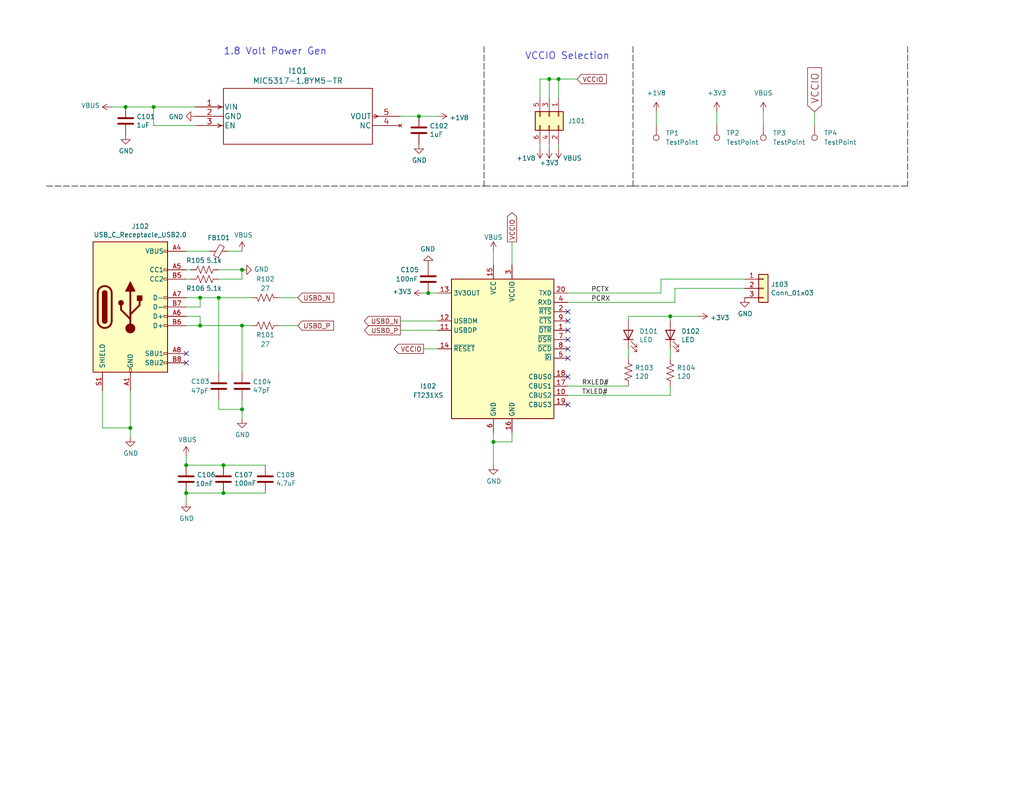
<source format=kicad_sch>
(kicad_sch (version 20211123) (generator eeschema)
  (paper "USLetter")
  (title_block (title "Ultimate UART Bridge") (rev "A") (company "Thomas Fike") (comment 1 "https://github.com/ThomasFike/ultimate-uart-bridge"))
  (lib_symbols
    (symbol "Connector:TestPoint" (pin_numbers hide) (pin_names (offset 0.762) hide)
      (property "Reference" "TP" (at 0 6.858 0))
      (property "Value" "TestPoint" (at 0 5.08 0))
      (symbol "TestPoint_0_1"
        (circle (center 0 3.302) (radius 0.762))
      )
      (symbol "TestPoint_1_1"
        (pin passive line (at 0 0 90) (length 2.54) (name "1") (number "1"))
      )
    )
    (symbol "Connector:USB_C_Receptacle_USB2.0" (pin_names (offset 1.016))
      (property "Reference" "J" (at -10.16 19.05 0))
      (property "Value" "USB_C_Receptacle_USB2.0" (at 19.05 19.05 0))
      (symbol "USB_C_Receptacle_USB2.0_0_0"
        (rectangle (start -0.254 -17.78) (end 0.254 -16.764))
        (rectangle (start 10.16 -14.986) (end 9.144 -15.494))
        (rectangle (start 10.16 -12.446) (end 9.144 -12.954))
        (rectangle (start 10.16 -4.826) (end 9.144 -5.334))
        (rectangle (start 10.16 -2.286) (end 9.144 -2.794))
        (rectangle (start 10.16 0.254) (end 9.144 -0.254))
        (rectangle (start 10.16 2.794) (end 9.144 2.286))
        (rectangle (start 10.16 7.874) (end 9.144 7.366))
        (rectangle (start 10.16 10.414) (end 9.144 9.906))
        (rectangle (start 10.16 15.494) (end 9.144 14.986))
      )
      (symbol "USB_C_Receptacle_USB2.0_0_1"
        (rectangle (start -10.16 17.78) (end 10.16 -17.78) (stroke (width 0.254)) (fill (type background)))
        (arc (start -8.89 -3.81) (mid -6.985 -5.715) (end -5.08 -3.81) (stroke (width 0.508)))
        (arc (start -7.62 -3.81) (mid -6.985 -4.445) (end -6.35 -3.81) (stroke (width 0.254)))
        (arc (start -7.62 -3.81) (mid -6.985 -4.445) (end -6.35 -3.81) (stroke (width 0.254)) (fill (type outline)))
        (rectangle (start -7.62 -3.81) (end -6.35 3.81) (stroke (width 0.254)) (fill (type outline)))
        (arc (start -6.35 3.81) (mid -6.985 4.445) (end -7.62 3.81) (stroke (width 0.254)))
        (arc (start -6.35 3.81) (mid -6.985 4.445) (end -7.62 3.81) (stroke (width 0.254)) (fill (type outline)))
        (arc (start -5.08 3.81) (mid -6.985 5.715) (end -8.89 3.81) (stroke (width 0.508)))
        (circle (center -2.54 1.143) (radius 0.635) (stroke (width 0.254)) (fill (type outline)))
        (circle (center 0 -5.842) (radius 1.27) (fill (type outline)))
        (polyline (pts (xy -8.89 -3.81) (xy -8.89 3.81)) (stroke (width 0.508)))
        (polyline (pts (xy -5.08 3.81) (xy -5.08 -3.81)) (stroke (width 0.508)))
        (polyline (pts (xy 0 -5.842) (xy 0 4.318)) (stroke (width 0.508)))
        (polyline (pts (xy 0 -3.302) (xy -2.54 -0.762) (xy -2.54 0.508)) (stroke (width 0.508)))
        (polyline (pts (xy 0 -2.032) (xy 2.54 0.508) (xy 2.54 1.778)) (stroke (width 0.508)))
        (polyline (pts (xy -1.27 4.318) (xy 0 6.858) (xy 1.27 4.318) (xy -1.27 4.318)) (stroke (width 0.254)) (fill (type outline)))
        (rectangle (start 1.905 1.778) (end 3.175 3.048) (stroke (width 0.254)) (fill (type outline)))
      )
      (symbol "USB_C_Receptacle_USB2.0_1_1"
        (pin passive line (at 0 -22.86 90) (length 5.08) (name "GND") (number "A1"))
        (pin passive line (at 0 -22.86 90) (length 5.08) hide (name "GND") (number "A12"))
        (pin passive line (at 15.24 15.24 180) (length 5.08) (name "VBUS") (number "A4"))
        (pin bidirectional line (at 15.24 10.16 180) (length 5.08) (name "CC1") (number "A5"))
        (pin bidirectional line (at 15.24 -2.54 180) (length 5.08) (name "D+") (number "A6"))
        (pin bidirectional line (at 15.24 2.54 180) (length 5.08) (name "D-") (number "A7"))
        (pin bidirectional line (at 15.24 -12.7 180) (length 5.08) (name "SBU1") (number "A8"))
        (pin passive line (at 15.24 15.24 180) (length 5.08) hide (name "VBUS") (number "A9"))
        (pin passive line (at 0 -22.86 90) (length 5.08) hide (name "GND") (number "B1"))
        (pin passive line (at 0 -22.86 90) (length 5.08) hide (name "GND") (number "B12"))
        (pin passive line (at 15.24 15.24 180) (length 5.08) hide (name "VBUS") (number "B4"))
        (pin bidirectional line (at 15.24 7.62 180) (length 5.08) (name "CC2") (number "B5"))
        (pin bidirectional line (at 15.24 -5.08 180) (length 5.08) (name "D+") (number "B6"))
        (pin bidirectional line (at 15.24 0 180) (length 5.08) (name "D-") (number "B7"))
        (pin bidirectional line (at 15.24 -15.24 180) (length 5.08) (name "SBU2") (number "B8"))
        (pin passive line (at 15.24 15.24 180) (length 5.08) hide (name "VBUS") (number "B9"))
        (pin passive line (at -7.62 -22.86 90) (length 5.08) (name "SHIELD") (number "S1"))
      )
    )
    (symbol "Connector_Generic:Conn_01x03" (pin_names (offset 1.016) hide)
      (property "Reference" "J" (at 0 5.08 0))
      (property "Value" "Conn_01x03" (at 0 -5.08 0))
      (symbol "Conn_01x03_1_1"
        (rectangle (start -1.27 -2.413) (end 0 -2.667) (stroke (width 0.1524)))
        (rectangle (start -1.27 0.127) (end 0 -0.127) (stroke (width 0.1524)))
        (rectangle (start -1.27 2.667) (end 0 2.413) (stroke (width 0.1524)))
        (rectangle (start -1.27 3.81) (end 1.27 -3.81) (stroke (width 0.254)) (fill (type background)))
        (pin passive line (at -5.08 2.54 0) (length 3.81) (name "Pin_1") (number "1"))
        (pin passive line (at -5.08 0 0) (length 3.81) (name "Pin_2") (number "2"))
        (pin passive line (at -5.08 -2.54 0) (length 3.81) (name "Pin_3") (number "3"))
      )
    )
    (symbol "Connector_Generic:Conn_02x03_Odd_Even" (pin_names (offset 1.016) hide)
      (property "Reference" "J" (at 1.27 5.08 0))
      (property "Value" "Conn_02x03_Odd_Even" (at 1.27 -5.08 0))
      (symbol "Conn_02x03_Odd_Even_1_1"
        (rectangle (start -1.27 -2.413) (end 0 -2.667) (stroke (width 0.1524)))
        (rectangle (start -1.27 0.127) (end 0 -0.127) (stroke (width 0.1524)))
        (rectangle (start -1.27 2.667) (end 0 2.413) (stroke (width 0.1524)))
        (rectangle (start -1.27 3.81) (end 3.81 -3.81) (stroke (width 0.254)) (fill (type background)))
        (rectangle (start 3.81 -2.413) (end 2.54 -2.667) (stroke (width 0.1524)))
        (rectangle (start 3.81 0.127) (end 2.54 -0.127) (stroke (width 0.1524)))
        (rectangle (start 3.81 2.667) (end 2.54 2.413) (stroke (width 0.1524)))
        (pin passive line (at -5.08 2.54 0) (length 3.81) (name "Pin_1") (number "1"))
        (pin passive line (at 7.62 2.54 180) (length 3.81) (name "Pin_2") (number "2"))
        (pin passive line (at -5.08 0 0) (length 3.81) (name "Pin_3") (number "3"))
        (pin passive line (at 7.62 0 180) (length 3.81) (name "Pin_4") (number "4"))
        (pin passive line (at -5.08 -2.54 0) (length 3.81) (name "Pin_5") (number "5"))
        (pin passive line (at 7.62 -2.54 180) (length 3.81) (name "Pin_6") (number "6"))
      )
    )
    (symbol "Device:C" (pin_numbers hide) (pin_names (offset 0.254))
      (property "Reference" "C" (at 0.635 2.54 0))
      (property "Value" "C" (at 0.635 -2.54 0))
      (symbol "C_0_1"
        (polyline (pts (xy -2.032 -0.762) (xy 2.032 -0.762)) (stroke (width 0.508)))
        (polyline (pts (xy -2.032 0.762) (xy 2.032 0.762)) (stroke (width 0.508)))
      )
      (symbol "C_1_1"
        (pin passive line (at 0 3.81 270) (length 2.794) (name "~") (number "1"))
        (pin passive line (at 0 -3.81 90) (length 2.794) (name "~") (number "2"))
      )
    )
    (symbol "Device:LED" (pin_numbers hide) (pin_names (offset 1.016) hide)
      (property "Reference" "D" (at 0 2.54 0))
      (property "Value" "LED" (at 0 -2.54 0))
      (symbol "LED_0_1"
        (polyline (pts (xy -1.27 -1.27) (xy -1.27 1.27)) (stroke (width 0.254)))
        (polyline (pts (xy -1.27 0) (xy 1.27 0)))
        (polyline (pts (xy 1.27 -1.27) (xy 1.27 1.27) (xy -1.27 0) (xy 1.27 -1.27)) (stroke (width 0.254)))
        (polyline (pts (xy -3.048 -0.762) (xy -4.572 -2.286) (xy -3.81 -2.286) (xy -4.572 -2.286) (xy -4.572 -1.524)))
        (polyline (pts (xy -1.778 -0.762) (xy -3.302 -2.286) (xy -2.54 -2.286) (xy -3.302 -2.286) (xy -3.302 -1.524)))
      )
      (symbol "LED_1_1"
        (pin passive line (at -3.81 0 0) (length 2.54) (name "K") (number "1"))
        (pin passive line (at 3.81 0 180) (length 2.54) (name "A") (number "2"))
      )
    )
    (symbol "Device:R_US" (pin_numbers hide) (pin_names (offset 0))
      (property "Reference" "R" (at 2.54 0 90))
      (property "Value" "R_US" (at -2.54 0 90))
      (symbol "R_US_0_1"
        (polyline (pts (xy 0 -2.286) (xy 0 -2.54)))
        (polyline (pts (xy 0 2.286) (xy 0 2.54)))
        (polyline (pts (xy 0 -0.762) (xy 1.016 -1.143) (xy 0 -1.524) (xy -1.016 -1.905) (xy 0 -2.286)))
        (polyline (pts (xy 0 0.762) (xy 1.016 0.381) (xy 0 0) (xy -1.016 -0.381) (xy 0 -0.762)))
        (polyline (pts (xy 0 2.286) (xy 1.016 1.905) (xy 0 1.524) (xy -1.016 1.143) (xy 0 0.762)))
      )
      (symbol "R_US_1_1"
        (pin passive line (at 0 3.81 270) (length 1.27) (name "~") (number "1"))
        (pin passive line (at 0 -3.81 90) (length 1.27) (name "~") (number "2"))
      )
    )
    (symbol "Interface_USB:FT231XS"
      (property "Reference" "U" (at -13.97 20.32 0))
      (property "Value" "FT231XS" (at 7.62 20.32 0))
      (symbol "FT231XS_0_1"
        (rectangle (start -13.97 19.05) (end 13.97 -19.05) (stroke (width 0.254)) (fill (type background)))
      )
      (symbol "FT231XS_1_1"
        (pin output line (at 17.78 5.08 180) (length 3.81) (name "~{DTR}") (number "1"))
        (pin bidirectional line (at 17.78 -12.7 180) (length 3.81) (name "CBUS2") (number "10"))
        (pin bidirectional line (at -17.78 5.08 0) (length 3.81) (name "USBDP") (number "11"))
        (pin bidirectional line (at -17.78 7.62 0) (length 3.81) (name "USBDM") (number "12"))
        (pin power_out line (at -17.78 15.24 0) (length 3.81) (name "3V3OUT") (number "13"))
        (pin input line (at -17.78 0 0) (length 3.81) (name "~{RESET}") (number "14"))
        (pin power_in line (at -2.54 22.86 270) (length 3.81) (name "VCC") (number "15"))
        (pin power_in line (at 2.54 -22.86 90) (length 3.81) (name "GND") (number "16"))
        (pin bidirectional line (at 17.78 -10.16 180) (length 3.81) (name "CBUS1") (number "17"))
        (pin bidirectional line (at 17.78 -7.62 180) (length 3.81) (name "CBUS0") (number "18"))
        (pin bidirectional line (at 17.78 -15.24 180) (length 3.81) (name "CBUS3") (number "19"))
        (pin output line (at 17.78 10.16 180) (length 3.81) (name "~{RTS}") (number "2"))
        (pin output line (at 17.78 15.24 180) (length 3.81) (name "TXD") (number "20"))
        (pin power_in line (at 2.54 22.86 270) (length 3.81) (name "VCCIO") (number "3"))
        (pin input line (at 17.78 12.7 180) (length 3.81) (name "RXD") (number "4"))
        (pin input line (at 17.78 -2.54 180) (length 3.81) (name "~{RI}") (number "5"))
        (pin power_in line (at -2.54 -22.86 90) (length 3.81) (name "GND") (number "6"))
        (pin input line (at 17.78 2.54 180) (length 3.81) (name "~{DSR}") (number "7"))
        (pin input line (at 17.78 0 180) (length 3.81) (name "~{DCD}") (number "8"))
        (pin input line (at 17.78 7.62 180) (length 3.81) (name "~{CTS}") (number "9"))
      )
    )
    (symbol "power:+1V8" (power) (pin_names (offset 0))
      (property "Value" "+1V8" (at 0 3.556 0))
      (symbol "+1V8_0_1"
        (polyline (pts (xy -0.762 1.27) (xy 0 2.54)))
        (polyline (pts (xy 0 0) (xy 0 2.54)))
        (polyline (pts (xy 0 2.54) (xy 0.762 1.27)))
      )
      (symbol "+1V8_1_1"
        (pin power_in line (at 0 0 90) (length 0) hide (name "+1V8") (number "1"))
      )
    )
    (symbol "power:+3V3" (power) (pin_names (offset 0))
      (property "Value" "+3V3" (at 0 3.556 0))
      (symbol "+3V3_0_1"
        (polyline (pts (xy -0.762 1.27) (xy 0 2.54)))
        (polyline (pts (xy 0 0) (xy 0 2.54)))
        (polyline (pts (xy 0 2.54) (xy 0.762 1.27)))
      )
      (symbol "+3V3_1_1"
        (pin power_in line (at 0 0 90) (length 0) hide (name "+3V3") (number "1"))
      )
    )
    (symbol "power:GND" (power) (pin_names (offset 0))
      (property "Value" "GND" (at 0 -3.81 0))
      (symbol "GND_0_1"
        (polyline (pts (xy 0 0) (xy 0 -1.27) (xy 1.27 -1.27) (xy 0 -2.54) (xy -1.27 -1.27) (xy 0 -1.27)))
      )
      (symbol "GND_1_1"
        (pin power_in line (at 0 0 270) (length 0) hide (name "GND") (number "1"))
      )
    )
    (symbol "power:VBUS" (power) (pin_names (offset 0))
      (property "Value" "VBUS" (at 0 3.81 0))
      (symbol "VBUS_0_1"
        (polyline (pts (xy -0.762 1.27) (xy 0 2.54)))
        (polyline (pts (xy 0 0) (xy 0 2.54)))
        (polyline (pts (xy 0 2.54) (xy 0.762 1.27)))
      )
      (symbol "VBUS_1_1"
        (pin power_in line (at 0 0 90) (length 0) hide (name "VBUS") (number "1"))
      )
    )
    (symbol "ultimate-uart-bridge-rescue:Ferrite_Bead_Small-Device" (pin_numbers hide) (pin_names (offset 0))
      (property "Reference" "FB" (at 1.905 1.27 0))
      (property "Value" "Ferrite_Bead_Small-Device" (at 1.905 -1.27 0))
      (symbol "Ferrite_Bead_Small-Device_0_1"
        (polyline (pts (xy 0 -1.27) (xy 0 -0.7874)))
        (polyline (pts (xy 0 0.889) (xy 0 1.2954)))
        (polyline (pts (xy -1.8288 0.2794) (xy -1.1176 1.4986) (xy 1.8288 -0.2032) (xy 1.1176 -1.4224) (xy -1.8288 0.2794)))
      )
      (symbol "Ferrite_Bead_Small-Device_1_1"
        (pin passive line (at 0 2.54 270) (length 1.27) (name "~") (number "1"))
        (pin passive line (at 0 -2.54 90) (length 1.27) (name "~") (number "2"))
      )
    )
    (symbol "ultimate-uart-bridge-rescue:MIC5317-1.8YM5-TR-2021-07-25_03-12-24" (pin_names (offset 0.254))
      (property "Reference" "U" (at 27.94 10.16 0))
      (property "Value" "MIC5317-1.8YM5-TR-2021-07-25_03-12-24" (at 27.94 7.62 0))
      (symbol "MIC5317-1.8YM5-TR-2021-07-25_03-12-24_1_1"
        (polyline (pts (xy 7.112 -5.08) (xy 6.0452 -5.588)) (stroke (width 0.2032)))
        (polyline (pts (xy 7.112 -5.08) (xy 6.0452 -4.572)) (stroke (width 0.2032)))
        (polyline (pts (xy 7.112 0) (xy 6.0452 -0.508)) (stroke (width 0.2032)))
        (polyline (pts (xy 7.112 0) (xy 6.0452 0.508)) (stroke (width 0.2032)))
        (polyline (pts (xy 7.62 -10.16) (xy 48.26 -10.16)) (stroke (width 0.2032)))
        (polyline (pts (xy 7.62 5.08) (xy 7.62 -10.16)) (stroke (width 0.2032)))
        (polyline (pts (xy 48.26 -10.16) (xy 48.26 5.08)) (stroke (width 0.2032)))
        (polyline (pts (xy 48.26 5.08) (xy 7.62 5.08)) (stroke (width 0.2032)))
        (polyline (pts (xy 48.768 -3.048) (xy 49.8348 -2.54)) (stroke (width 0.2032)))
        (polyline (pts (xy 48.768 -2.032) (xy 49.8348 -2.54)) (stroke (width 0.2032)))
        (pin input line (at 0 0 0) (length 7.62) (name "VIN") (number "1"))
        (pin power_in line (at 0 -2.54 0) (length 7.62) (name "GND") (number "2"))
        (pin input line (at 0 -5.08 0) (length 7.62) (name "EN") (number "3"))
        (pin no_connect line (at 55.88 -5.08 180) (length 7.62) (name "NC") (number "4"))
        (pin output line (at 55.88 -2.54 180) (length 7.62) (name "VOUT") (number "5"))
      )
    )
  )
  (junction (at 134.62 120.65))
  (junction (at 59.69 81.28))
  (junction (at 60.96 134.62))
  (junction (at 50.8 134.62))
  (junction (at 60.96 127))
  (junction (at 41.91 29.21))
  (junction (at 149.86 21.59))
  (junction (at 114.3 31.75))
  (junction (at 54.61 81.28))
  (junction (at 116.84 80.01))
  (junction (at 66.04 73.66))
  (junction (at 34.29 29.21))
  (junction (at 50.8 127))
  (junction (at 54.61 88.9))
  (junction (at 152.4 21.59))
  (junction (at 182.88 86.36))
  (junction (at 66.04 111.76))
  (junction (at 66.04 88.9))
  (junction (at 35.56 116.84))
  (no_connect (at 154.94 110.49))
  (no_connect (at 50.8 99.06))
  (no_connect (at 154.94 92.71))
  (no_connect (at 154.94 87.63))
  (no_connect (at 154.94 85.09))
  (no_connect (at 50.8 96.52))
  (no_connect (at 154.94 102.87))
  (no_connect (at 154.94 95.25))
  (no_connect (at 154.94 97.79))
  (no_connect (at 154.94 90.17))
  (wire (pts (xy 184.15 82.55) (xy 184.15 78.74)))
  (wire (pts (xy 66.04 111.76) (xy 66.04 109.22)))
  (wire (pts (xy 41.91 29.21) (xy 53.34 29.21)))
  (wire (pts (xy 154.94 105.41) (xy 171.45 105.41)))
  (wire (pts (xy 182.88 87.63) (xy 182.88 86.36)))
  (wire (pts (xy 149.86 26.67) (xy 149.86 21.59)))
  (wire (pts (xy 152.4 26.67) (xy 152.4 21.59)))
  (wire (pts (xy 152.4 21.59) (xy 157.48 21.59)))
  (wire (pts (xy 182.88 86.36) (xy 171.45 86.36)))
  (wire (pts (xy 171.45 95.25) (xy 171.45 97.79)))
  (wire (pts (xy 50.8 68.58) (xy 57.15 68.58)))
  (wire (pts (xy 182.88 107.95) (xy 182.88 105.41)))
  (wire (pts (xy 179.07 30.48) (xy 179.07 34.29)))
  (wire (pts (xy 50.8 86.36) (xy 54.61 86.36)))
  (wire (pts (xy 35.56 119.38) (xy 35.56 116.84)))
  (wire (pts (xy 182.88 95.25) (xy 182.88 97.79)))
  (wire (pts (xy 50.8 76.2) (xy 52.07 76.2)))
  (wire (pts (xy 180.34 80.01) (xy 180.34 76.2)))
  (wire (pts (xy 180.34 76.2) (xy 203.2 76.2)))
  (wire (pts (xy 147.32 21.59) (xy 149.86 21.59)))
  (wire (pts (xy 152.4 39.37) (xy 152.4 40.64)))
  (wire (pts (xy 134.62 120.65) (xy 134.62 127)))
  (wire (pts (xy 109.22 31.75) (xy 114.3 31.75)))
  (wire (pts (xy 116.84 80.01) (xy 119.38 80.01)))
  (wire (pts (xy 30.48 29.21) (xy 34.29 29.21)))
  (polyline (pts (xy 132.08 12.7) (xy 132.08 50.8)) (stroke (width 0) (type dash) (color 0 0 0 1)))
  (wire (pts (xy 115.57 95.25) (xy 119.38 95.25)))
  (wire (pts (xy 147.32 39.37) (xy 147.32 40.64)))
  (wire (pts (xy 35.56 106.68) (xy 35.56 116.84)))
  (polyline (pts (xy 12.7 50.8) (xy 132.08 50.8)) (stroke (width 0) (type dash) (color 0 0 0 1)))
  (wire (pts (xy 54.61 81.28) (xy 59.69 81.28)))
  (wire (pts (xy 59.69 81.28) (xy 68.58 81.28)))
  (wire (pts (xy 154.94 107.95) (xy 182.88 107.95)))
  (wire (pts (xy 72.39 134.62) (xy 60.96 134.62)))
  (wire (pts (xy 27.94 106.68) (xy 27.94 116.84)))
  (wire (pts (xy 171.45 86.36) (xy 171.45 87.63)))
  (wire (pts (xy 66.04 88.9) (xy 68.58 88.9)))
  (wire (pts (xy 50.8 124.46) (xy 50.8 127)))
  (wire (pts (xy 41.91 34.29) (xy 53.34 34.29)))
  (wire (pts (xy 208.28 30.48) (xy 208.28 34.29)))
  (wire (pts (xy 109.22 90.17) (xy 119.38 90.17)))
  (wire (pts (xy 66.04 73.66) (xy 66.04 76.2)))
  (wire (pts (xy 50.8 127) (xy 60.96 127)))
  (wire (pts (xy 190.5 86.36) (xy 182.88 86.36)))
  (wire (pts (xy 54.61 83.82) (xy 50.8 83.82)))
  (wire (pts (xy 222.25 30.48) (xy 222.25 34.29)))
  (wire (pts (xy 66.04 88.9) (xy 66.04 101.6)))
  (wire (pts (xy 115.57 80.01) (xy 116.84 80.01)))
  (wire (pts (xy 66.04 114.3) (xy 66.04 111.76)))
  (wire (pts (xy 60.96 127) (xy 72.39 127)))
  (wire (pts (xy 62.23 68.58) (xy 66.04 68.58)))
  (wire (pts (xy 54.61 88.9) (xy 50.8 88.9)))
  (wire (pts (xy 59.69 111.76) (xy 66.04 111.76)))
  (polyline (pts (xy 132.08 50.8) (xy 172.72 50.8)) (stroke (width 0) (color 0 0 0 1)))
  (wire (pts (xy 41.91 29.21) (xy 41.91 34.29)))
  (polyline (pts (xy 172.72 50.8) (xy 247.65 50.8)) (stroke (width 0) (color 0 0 0 1)))
  (wire (pts (xy 34.29 29.21) (xy 41.91 29.21)))
  (wire (pts (xy 195.58 30.48) (xy 195.58 34.29)))
  (wire (pts (xy 59.69 109.22) (xy 59.69 111.76)))
  (wire (pts (xy 50.8 73.66) (xy 52.07 73.66)))
  (wire (pts (xy 139.7 66.04) (xy 139.7 72.39)))
  (wire (pts (xy 109.22 87.63) (xy 119.38 87.63)))
  (wire (pts (xy 154.94 82.55) (xy 184.15 82.55)))
  (wire (pts (xy 27.94 116.84) (xy 35.56 116.84)))
  (wire (pts (xy 147.32 26.67) (xy 147.32 21.59)))
  (wire (pts (xy 59.69 73.66) (xy 66.04 73.66)))
  (wire (pts (xy 134.62 118.11) (xy 134.62 120.65)))
  (wire (pts (xy 134.62 68.58) (xy 134.62 72.39)))
  (wire (pts (xy 139.7 118.11) (xy 139.7 120.65)))
  (wire (pts (xy 149.86 21.59) (xy 152.4 21.59)))
  (wire (pts (xy 114.3 31.75) (xy 119.38 31.75)))
  (wire (pts (xy 76.2 81.28) (xy 81.28 81.28)))
  (wire (pts (xy 184.15 78.74) (xy 203.2 78.74)))
  (wire (pts (xy 139.7 120.65) (xy 134.62 120.65)))
  (wire (pts (xy 76.2 88.9) (xy 81.28 88.9)))
  (wire (pts (xy 50.8 137.16) (xy 50.8 134.62)))
  (wire (pts (xy 154.94 80.01) (xy 180.34 80.01)))
  (wire (pts (xy 149.86 39.37) (xy 149.86 40.64)))
  (polyline (pts (xy 172.72 12.7) (xy 172.72 50.8)) (stroke (width 0) (type dash) (color 0 0 0 1)))
  (wire (pts (xy 54.61 86.36) (xy 54.61 88.9)))
  (wire (pts (xy 54.61 88.9) (xy 66.04 88.9)))
  (wire (pts (xy 59.69 81.28) (xy 59.69 101.6)))
  (wire (pts (xy 50.8 134.62) (xy 60.96 134.62)))
  (wire (pts (xy 66.04 76.2) (xy 59.69 76.2)))
  (wire (pts (xy 50.8 81.28) (xy 54.61 81.28)))
  (polyline (pts (xy 247.65 12.7) (xy 247.65 50.8)) (stroke (width 0) (type dash) (color 0 0 0 1)))
  (wire (pts (xy 54.61 81.28) (xy 54.61 83.82)))
  (text "VCCIO Selection" (at 166.37 16.51 180) (effects (font (size 1.905 1.905)) (justify right bottom)))
  (text "1.8 Volt Power Gen" (at 60.96 15.24 0) (effects (font (size 1.905 1.905)) (justify left bottom)))
  (label "TXLED#" (at 158.75 107.95 0))
  (label "PCRX" (at 161.29 82.55 0))
  (label "RXLED#" (at 158.75 105.41 0))
  (label "PCTX" (at 161.29 80.01 0))
  (global_label "USBD_P" (shape input) (at 81.28 88.9 0) (property "Intersheet References" "${INTERSHEET_REFS}" (effects hide)))
  (global_label "VCCIO" (shape output) (at 115.57 95.25 180) (property "Intersheet References" "${INTERSHEET_REFS}" (effects hide)))
  (global_label "USBD_P" (shape output) (at 109.22 90.17 180) (property "Intersheet References" "${INTERSHEET_REFS}" (effects hide)))
  (global_label "VCCIO" (shape input) (at 222.25 30.48 90) (effects (font (size 1.905 1.905))) (property "Intersheet References" "${INTERSHEET_REFS}" (effects hide)))
  (global_label "USBD_N" (shape input) (at 81.28 81.28 0) (property "Intersheet References" "${INTERSHEET_REFS}" (effects hide)))
  (global_label "VCCIO" (shape output) (at 139.7 66.04 90) (property "Intersheet References" "${INTERSHEET_REFS}" (effects hide)))
  (global_label "VCCIO" (shape input) (at 157.48 21.59 0) (property "Intersheet References" "${INTERSHEET_REFS}" (effects hide)))
  (global_label "USBD_N" (shape output) (at 109.22 87.63 180) (property "Intersheet References" "${INTERSHEET_REFS}" (effects hide)))
  (symbol (lib_id "Interface_USB:FT231XS") (at 137.16 95.25 0) (unit 1)
    (property "Reference" "I102" (at 116.84 105.41 0))
    (property "Value" "FT231XS" (at 116.84 107.95 0))
    (property "Footprint" "Package_SO:SSOP-20_3.9x8.7mm_P0.635mm" (effects hide))
    (property "Datasheet" "https://www.ftdichip.com/Support/Documents/DataSheets/ICs/DS_FT231X.pdf" (effects hide))
    (property "JLC" "C132160" (effects hide))
    (property "PartNo" "FT231XS" (effects hide))
  )
  (symbol (lib_id "power:GND") (at 134.62 127 0) (unit 1)
    (property "Reference" "#PWR0110" (effects hide))
    (property "Value" "GND" (at 134.747 131.3942 0))
  )
  (symbol (lib_id "power:VBUS") (at 134.62 68.58 0) (unit 1)
    (property "Reference" "#PWR0109" (effects hide))
    (property "Value" "VBUS" (at 134.62 64.77 0))
  )
  (symbol (lib_id "power:+3V3") (at 115.57 80.01 90) (unit 1)
    (property "Reference" "#PWR0107" (effects hide))
    (property "Value" "+3V3" (at 112.3188 79.629 90) (effects (justify left)))
  )
  (symbol (lib_id "power:GND") (at 35.56 119.38 0) (unit 1)
    (property "Reference" "#PWR0104" (effects hide))
    (property "Value" "GND" (at 35.687 123.7742 0))
  )
  (symbol (lib_id "power:+3V3") (at 149.86 40.64 180) (unit 1)
    (property "Reference" "#PWR0112" (effects hide))
    (property "Value" "+3V3" (at 149.86 44.45 0))
  )
  (symbol (lib_id "power:+1V8") (at 147.32 40.64 180) (unit 1)
    (property "Reference" "#PWR0111" (effects hide))
    (property "Value" "+1V8" (at 143.51 43.18 0))
  )
  (symbol (lib_id "power:VBUS") (at 66.04 68.58 0) (unit 1)
    (property "Reference" "#PWR0105" (effects hide))
    (property "Value" "VBUS" (at 66.421 64.1858 0))
  )
  (symbol (lib_id "ultimate-uart-bridge-rescue:MIC5317-1.8YM5-TR-2021-07-25_03-12-24") (at 53.34 29.21 0) (unit 1)
    (property "Reference" "I101" (at 81.28 19.3548 0) (effects (font (size 1.524 1.524))))
    (property "Value" "MIC5317-1.8YM5-TR" (at 81.28 22.0472 0) (effects (font (size 1.524 1.524))))
    (property "Footprint" "Package_TO_SOT_SMD:SOT-23-5_HandSoldering" (effects hide))
    (property "Datasheet" "https://ww1.microchip.com/downloads/en/DeviceDoc/MIC5317-High-Performance-Single-150mA-LDO-DS20006195B.pdf" (effects hide))
    (property "PartNo" "MIC5317-1.8YM5" (effects hide))
  )
  (symbol (lib_id "power:GND") (at 53.34 31.75 270) (unit 1)
    (property "Reference" "#PWR0103" (effects hide))
    (property "Value" "GND" (at 50.0888 31.877 90) (effects (justify right)))
  )
  (symbol (lib_id "power:VBUS") (at 30.48 29.21 90) (unit 1)
    (property "Reference" "#PWR0101" (effects hide))
    (property "Value" "VBUS" (at 27.2542 28.829 90) (effects (justify left)))
  )
  (symbol (lib_id "power:+1V8") (at 119.38 31.75 270) (unit 1)
    (property "Reference" "#PWR0108" (effects hide))
    (property "Value" "+1V8" (at 122.6312 32.131 90) (effects (justify left)))
  )
  (symbol (lib_id "Device:C") (at 34.29 33.02 0) (unit 1)
    (property "Reference" "C101" (at 37.211 31.8516 0) (effects (justify left)))
    (property "Value" "1uF" (at 37.211 34.163 0) (effects (justify left)))
    (property "Footprint" "Capacitor_SMD:C_0805_2012Metric_Pad1.18x1.45mm_HandSolder" (effects hide))
    (property "JLC" "C28323" (effects hide))
    (property "PartNo" "CL21B105KBFNNNE" (effects hide))
  )
  (symbol (lib_id "Device:C") (at 114.3 35.56 0) (unit 1)
    (property "Reference" "C102" (at 117.221 34.3916 0) (effects (justify left)))
    (property "Value" "1uF" (at 117.221 36.703 0) (effects (justify left)))
    (property "Footprint" "Capacitor_SMD:C_0805_2012Metric_Pad1.18x1.45mm_HandSolder" (effects hide))
    (property "JLC" "C28323" (effects hide))
    (property "PartNo" "CL21B105KBFNNNE" (effects hide))
  )
  (symbol (lib_id "power:GND") (at 114.3 39.37 0) (unit 1)
    (property "Reference" "#PWR0106" (effects hide))
    (property "Value" "GND" (at 114.427 43.7642 0))
  )
  (symbol (lib_id "power:GND") (at 34.29 36.83 0) (unit 1)
    (property "Reference" "#PWR0102" (effects hide))
    (property "Value" "GND" (at 34.417 41.2242 0))
  )
  (symbol (lib_id "Device:C") (at 116.84 76.2 0) (unit 1)
    (property "Reference" "C105" (at 109.22 73.66 0) (effects (justify left)))
    (property "Value" "100nF" (at 107.95 76.2 0) (effects (justify left)))
    (property "Footprint" "Capacitor_SMD:C_0805_2012Metric_Pad1.18x1.45mm_HandSolder" (effects hide))
    (property "JLC" "C49678" (effects hide))
    (property "PartNo" "CC0805KRX7R9BB104" (effects hide))
  )
  (symbol (lib_id "power:GND") (at 116.84 72.39 180) (unit 1)
    (property "Reference" "#PWR0114" (effects hide))
    (property "Value" "GND" (at 116.713 67.9958 0))
  )
  (symbol (lib_id "Device:C") (at 59.69 105.41 0) (unit 1)
    (property "Reference" "C103" (at 52.07 104.14 0) (effects (justify left)))
    (property "Value" "47pF" (at 52.07 106.68 0) (effects (justify left)))
    (property "Footprint" "Capacitor_SMD:C_0805_2012Metric_Pad1.18x1.45mm_HandSolder" (effects hide))
    (property "JLC" "C14857" (effects hide))
    (property "PartNo" "CL21C470JBANNNC" (effects hide))
  )
  (symbol (lib_id "Device:C") (at 66.04 105.41 0) (unit 1)
    (property "Reference" "C104" (at 68.961 104.2416 0) (effects (justify left)))
    (property "Value" "47pF" (at 68.961 106.553 0) (effects (justify left)))
    (property "Footprint" "Capacitor_SMD:C_0805_2012Metric_Pad1.18x1.45mm_HandSolder" (effects hide))
    (property "JLC" "C14857" (effects hide))
    (property "PartNo" "CL21C470JBANNNC" (effects hide))
  )
  (symbol (lib_id "power:GND") (at 66.04 114.3 0) (unit 1)
    (property "Reference" "#PWR0113" (effects hide))
    (property "Value" "GND" (at 66.167 118.6942 0))
  )
  (symbol (lib_id "Device:R_US") (at 72.39 88.9 90) (unit 1)
    (property "Reference" "R101" (at 72.39 91.44 90))
    (property "Value" "27" (at 72.39 93.98 90))
    (property "Footprint" "Resistor_SMD:R_0805_2012Metric_Pad1.20x1.40mm_HandSolder" (effects hide))
    (property "JLC" "C17594" (effects hide))
    (property "PartNo" "0805W8F270JT5E" (effects hide))
  )
  (symbol (lib_id "Device:R_US") (at 72.39 81.28 90) (mirror x) (unit 1)
    (property "Reference" "R102" (at 72.39 76.2 90))
    (property "Value" "27" (at 72.39 78.74 90))
    (property "Footprint" "Resistor_SMD:R_0805_2012Metric_Pad1.20x1.40mm_HandSolder" (effects hide))
    (property "JLC" "C17594" (effects hide))
    (property "PartNo" "0805W8F270JT5E" (effects hide))
  )
  (symbol (lib_id "ultimate-uart-bridge-rescue:Ferrite_Bead_Small-Device") (at 59.69 68.58 270) (unit 1)
    (property "Reference" "FB101" (at 59.69 64.897 90))
    (property "Value" "Ferrite_Bead_Small" (effects hide))
    (property "Footprint" "Inductor_SMD:L_0805_2012Metric_Pad1.15x1.40mm_HandSolder" (effects hide))
    (property "PartNo" "MI0805K400R-10" (effects hide))
  )
  (symbol (lib_id "power:VBUS") (at 50.8 124.46 0) (unit 1)
    (property "Reference" "#PWR0115" (effects hide))
    (property "Value" "VBUS" (at 51.181 120.0658 0))
  )
  (symbol (lib_id "power:GND") (at 50.8 137.16 0) (unit 1)
    (property "Reference" "#PWR0116" (effects hide))
    (property "Value" "GND" (at 50.927 141.5542 0))
  )
  (symbol (lib_id "Device:C") (at 50.8 130.81 0) (unit 1)
    (property "Reference" "C106" (at 53.721 129.6416 0) (effects (justify left)))
    (property "Value" "10nF" (at 53.34 132.08 0) (effects (justify left)))
    (property "Footprint" "Capacitor_SMD:C_0805_2012Metric_Pad1.18x1.45mm_HandSolder" (effects hide))
    (property "JLC" "C1710" (effects hide))
    (property "PartNo" "CL21B103KBANNNC" (effects hide))
  )
  (symbol (lib_id "Device:C") (at 60.96 130.81 0) (unit 1)
    (property "Reference" "C107" (at 63.881 129.6416 0) (effects (justify left)))
    (property "Value" "100nF" (at 63.881 131.953 0) (effects (justify left)))
    (property "Footprint" "Capacitor_SMD:C_0805_2012Metric_Pad1.18x1.45mm_HandSolder" (effects hide))
    (property "JLC" "C49678" (effects hide))
    (property "PartNo" "CC0805KRX7R9BB104" (effects hide))
  )
  (symbol (lib_id "Device:C") (at 72.39 130.81 0) (unit 1)
    (property "Reference" "C108" (at 75.311 129.6416 0) (effects (justify left)))
    (property "Value" "4.7uF" (at 75.311 131.953 0) (effects (justify left)))
    (property "Footprint" "Capacitor_SMD:C_0805_2012Metric_Pad1.18x1.45mm_HandSolder" (effects hide))
    (property "JLC" "C1779" (effects hide))
    (property "PartNo" "CL21A475KAQNNNE" (effects hide))
  )
  (symbol (lib_id "Device:R_US") (at 171.45 101.6 0) (unit 1)
    (property "Reference" "R103" (at 173.228 100.4316 0) (effects (justify left)))
    (property "Value" "120" (at 173.228 102.743 0) (effects (justify left)))
    (property "Footprint" "Resistor_SMD:R_0805_2012Metric_Pad1.20x1.40mm_HandSolder" (effects hide))
    (property "PartNo" "0805W8F1200T5E" (effects hide))
    (property "JLC" "C17437" (effects hide))
  )
  (symbol (lib_id "Device:LED") (at 171.45 91.44 90) (unit 1)
    (property "Reference" "D101" (at 174.4472 90.4494 90) (effects (justify right)))
    (property "Value" "LED" (at 174.4472 92.7608 90) (effects (justify right)))
    (property "Footprint" "LED_SMD:LED_0805_2012Metric_Pad1.15x1.40mm_HandSolder" (effects hide))
    (property "JLC" "C84256" (effects hide))
    (property "PartNo" "NCD0805R1" (effects hide))
  )
  (symbol (lib_id "Device:R_US") (at 182.88 101.6 0) (unit 1)
    (property "Reference" "R104" (at 184.658 100.4316 0) (effects (justify left)))
    (property "Value" "120" (at 184.658 102.743 0) (effects (justify left)))
    (property "Footprint" "Resistor_SMD:R_0805_2012Metric_Pad1.20x1.40mm_HandSolder" (effects hide))
    (property "PartNo" "0805W8F1200T5E" (effects hide))
    (property "JLC" "C17437" (effects hide))
  )
  (symbol (lib_id "Device:LED") (at 182.88 91.44 90) (unit 1)
    (property "Reference" "D102" (at 185.8772 90.4494 90) (effects (justify right)))
    (property "Value" "LED" (at 185.8772 92.7608 90) (effects (justify right)))
    (property "Footprint" "LED_SMD:LED_0805_2012Metric_Pad1.15x1.40mm_HandSolder" (effects hide))
    (property "JLC" "C84256" (effects hide))
    (property "PartNo" "NCD0805R1" (effects hide))
  )
  (symbol (lib_id "Connector_Generic:Conn_01x03") (at 208.28 78.74 0) (unit 1)
    (property "Reference" "J103" (at 210.312 77.6732 0) (effects (justify left)))
    (property "Value" "Conn_01x03" (at 210.312 79.9846 0) (effects (justify left)))
    (property "Footprint" "Connector_PinHeader_2.54mm:PinHeader_1x03_P2.54mm_Vertical_SMD_Pin1Left" (effects hide))
    (property "PartNo" "TSM-103-02-T-SV" (effects hide))
  )
  (symbol (lib_id "power:GND") (at 203.2 81.28 0) (unit 1)
    (property "Reference" "#PWR0117" (effects hide))
    (property "Value" "GND" (at 203.327 85.6742 0))
  )
  (symbol (lib_id "Connector_Generic:Conn_02x03_Odd_Even") (at 149.86 31.75 270) (unit 1)
    (property "Reference" "J101" (at 154.94 33.02 90) (effects (justify left)))
    (property "Value" "Conn_02x03_Row_Letter_First" (effects hide))
    (property "Footprint" "Connector_PinHeader_2.54mm:PinHeader_2x03_P2.54mm_Vertical_SMD" (effects hide))
    (property "PartNo" "TSM-103-02-T-DV" (effects hide))
  )
  (symbol (lib_id "Connector:USB_C_Receptacle_USB2.0") (at 35.56 83.82 0) (unit 1)
    (property "Reference" "J102" (at 38.2778 61.7982 0))
    (property "Value" "USB_C_Receptacle_USB2.0" (at 38.2778 64.1096 0))
    (property "Footprint" "Connector_USB:USB_C_Receptacle_GCT_USB4085" (effects hide))
    (property "Datasheet" "https://www.usb.org/sites/default/files/documents/usb_type-c.zip" (effects hide))
    (property "PartNo" "USB4085-GF-A" (effects hide))
  )
  (symbol (lib_id "power:VBUS") (at 152.4 40.64 180) (unit 1)
    (property "Reference" "#PWR0118" (effects hide))
    (property "Value" "VBUS" (at 156.21 43.18 0))
  )
  (symbol (lib_id "power:+3V3") (at 190.5 86.36 270) (unit 1)
    (property "Reference" "#PWR0119" (effects hide))
    (property "Value" "+3V3" (at 193.7512 86.741 90) (effects (justify left)))
  )
  (symbol (lib_id "Device:R_US") (at 55.88 73.66 270) (unit 1)
    (property "Reference" "R105" (at 53.34 71.12 90))
    (property "Value" "5.1k" (at 58.42 71.12 90))
    (property "Footprint" "Resistor_SMD:R_0805_2012Metric_Pad1.20x1.40mm_HandSolder" (effects hide))
    (property "JLC" "C27834" (effects hide))
    (property "PartNo" "0805W8F5101T5E" (effects hide))
  )
  (symbol (lib_id "Device:R_US") (at 55.88 76.2 90) (unit 1)
    (property "Reference" "R106" (at 53.34 78.74 90))
    (property "Value" "5.1k" (at 58.42 78.74 90))
    (property "Footprint" "Resistor_SMD:R_0805_2012Metric_Pad1.20x1.40mm_HandSolder" (effects hide))
    (property "JLC" "C27834" (effects hide))
    (property "PartNo" "0805W8F5101T5E" (effects hide))
  )
  (symbol (lib_id "power:GND") (at 66.04 73.66 90) (unit 1)
    (property "Reference" "#PWR0120" (effects hide))
    (property "Value" "GND" (at 69.2912 73.533 90) (effects (justify right)))
  )
  (symbol (lib_id "Connector:TestPoint") (at 195.58 34.29 180) (unit 1)
    (property "Reference" "TP2" (at 198.12 36.3219 0) (effects (justify right)))
    (property "Value" "TestPoint" (at 198.12 38.8619 0) (effects (justify right)))
    (property "Footprint" "TestPoint:TestPoint_Pad_D3.0mm" (effects hide))
  )
  (symbol (lib_id "power:VBUS") (at 208.28 30.48 0) (unit 1)
    (property "Reference" "#PWR03" (effects hide))
    (property "Value" "VBUS" (at 208.28 25.4 0))
  )
  (symbol (lib_id "Connector:TestPoint") (at 208.28 34.29 180) (unit 1)
    (property "Reference" "TP3" (at 210.82 36.3219 0) (effects (justify right)))
    (property "Value" "TestPoint" (at 210.82 38.8619 0) (effects (justify right)))
    (property "Footprint" "TestPoint:TestPoint_Pad_D3.0mm" (effects hide))
  )
  (symbol (lib_id "power:+3V3") (at 195.58 30.48 0) (unit 1)
    (property "Reference" "#PWR02" (effects hide))
    (property "Value" "+3V3" (at 195.58 25.4 0))
  )
  (symbol (lib_id "Connector:TestPoint") (at 179.07 34.29 180) (unit 1)
    (property "Reference" "TP1" (at 181.61 36.3219 0) (effects (justify right)))
    (property "Value" "TestPoint" (at 181.61 38.8619 0) (effects (justify right)))
    (property "Footprint" "TestPoint:TestPoint_Pad_D3.0mm" (effects hide))
  )
  (symbol (lib_id "Connector:TestPoint") (at 222.25 34.29 180) (unit 1)
    (property "Reference" "TP4" (at 224.79 36.3219 0) (effects (justify right)))
    (property "Value" "TestPoint" (at 224.79 38.8619 0) (effects (justify right)))
    (property "Footprint" "TestPoint:TestPoint_Pad_D3.0mm" (effects hide))
  )
  (symbol (lib_id "power:+1V8") (at 179.07 30.48 0) (unit 1)
    (property "Reference" "#PWR01" (effects hide))
    (property "Value" "+1V8" (at 179.07 25.4 0))
  )
)
</source>
